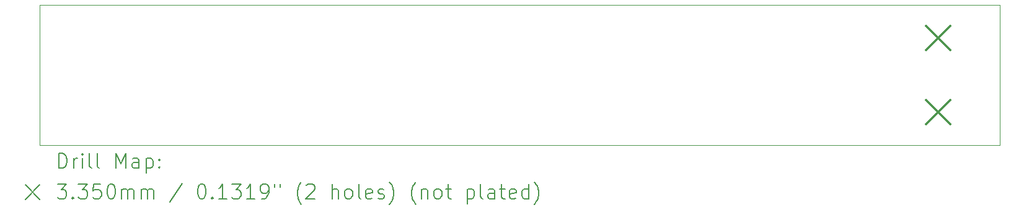
<source format=gbr>
%TF.GenerationSoftware,KiCad,Pcbnew,7.0.10*%
%TF.CreationDate,2024-02-21T13:57:14+01:00*%
%TF.ProjectId,DNMS,444e4d53-2e6b-4696-9361-645f70636258,V1.6*%
%TF.SameCoordinates,Original*%
%TF.FileFunction,Drillmap*%
%TF.FilePolarity,Positive*%
%FSLAX45Y45*%
G04 Gerber Fmt 4.5, Leading zero omitted, Abs format (unit mm)*
G04 Created by KiCad (PCBNEW 7.0.10) date 2024-02-21 13:57:14*
%MOMM*%
%LPD*%
G01*
G04 APERTURE LIST*
%ADD10C,0.050000*%
%ADD11C,0.200000*%
%ADD12C,0.335000*%
G04 APERTURE END LIST*
D10*
X5585840Y-7479980D02*
X18696180Y-7479980D01*
X5585840Y-9400000D02*
X18696180Y-9400000D01*
X18696180Y-7479980D02*
X18696180Y-9400000D01*
X5585840Y-7479980D02*
X5585840Y-9400000D01*
D11*
D12*
X17685144Y-7763856D02*
X18020144Y-8098856D01*
X18020144Y-7763856D02*
X17685144Y-8098856D01*
X17685144Y-8779856D02*
X18020144Y-9114856D01*
X18020144Y-8779856D02*
X17685144Y-9114856D01*
D11*
X5844117Y-9713984D02*
X5844117Y-9513984D01*
X5844117Y-9513984D02*
X5891736Y-9513984D01*
X5891736Y-9513984D02*
X5920307Y-9523508D01*
X5920307Y-9523508D02*
X5939355Y-9542555D01*
X5939355Y-9542555D02*
X5948879Y-9561603D01*
X5948879Y-9561603D02*
X5958402Y-9599698D01*
X5958402Y-9599698D02*
X5958402Y-9628270D01*
X5958402Y-9628270D02*
X5948879Y-9666365D01*
X5948879Y-9666365D02*
X5939355Y-9685412D01*
X5939355Y-9685412D02*
X5920307Y-9704460D01*
X5920307Y-9704460D02*
X5891736Y-9713984D01*
X5891736Y-9713984D02*
X5844117Y-9713984D01*
X6044117Y-9713984D02*
X6044117Y-9580650D01*
X6044117Y-9618746D02*
X6053641Y-9599698D01*
X6053641Y-9599698D02*
X6063164Y-9590174D01*
X6063164Y-9590174D02*
X6082212Y-9580650D01*
X6082212Y-9580650D02*
X6101260Y-9580650D01*
X6167926Y-9713984D02*
X6167926Y-9580650D01*
X6167926Y-9513984D02*
X6158402Y-9523508D01*
X6158402Y-9523508D02*
X6167926Y-9533031D01*
X6167926Y-9533031D02*
X6177450Y-9523508D01*
X6177450Y-9523508D02*
X6167926Y-9513984D01*
X6167926Y-9513984D02*
X6167926Y-9533031D01*
X6291736Y-9713984D02*
X6272688Y-9704460D01*
X6272688Y-9704460D02*
X6263164Y-9685412D01*
X6263164Y-9685412D02*
X6263164Y-9513984D01*
X6396498Y-9713984D02*
X6377450Y-9704460D01*
X6377450Y-9704460D02*
X6367926Y-9685412D01*
X6367926Y-9685412D02*
X6367926Y-9513984D01*
X6625069Y-9713984D02*
X6625069Y-9513984D01*
X6625069Y-9513984D02*
X6691736Y-9656841D01*
X6691736Y-9656841D02*
X6758402Y-9513984D01*
X6758402Y-9513984D02*
X6758402Y-9713984D01*
X6939355Y-9713984D02*
X6939355Y-9609222D01*
X6939355Y-9609222D02*
X6929831Y-9590174D01*
X6929831Y-9590174D02*
X6910783Y-9580650D01*
X6910783Y-9580650D02*
X6872688Y-9580650D01*
X6872688Y-9580650D02*
X6853641Y-9590174D01*
X6939355Y-9704460D02*
X6920307Y-9713984D01*
X6920307Y-9713984D02*
X6872688Y-9713984D01*
X6872688Y-9713984D02*
X6853641Y-9704460D01*
X6853641Y-9704460D02*
X6844117Y-9685412D01*
X6844117Y-9685412D02*
X6844117Y-9666365D01*
X6844117Y-9666365D02*
X6853641Y-9647317D01*
X6853641Y-9647317D02*
X6872688Y-9637793D01*
X6872688Y-9637793D02*
X6920307Y-9637793D01*
X6920307Y-9637793D02*
X6939355Y-9628270D01*
X7034593Y-9580650D02*
X7034593Y-9780650D01*
X7034593Y-9590174D02*
X7053641Y-9580650D01*
X7053641Y-9580650D02*
X7091736Y-9580650D01*
X7091736Y-9580650D02*
X7110783Y-9590174D01*
X7110783Y-9590174D02*
X7120307Y-9599698D01*
X7120307Y-9599698D02*
X7129831Y-9618746D01*
X7129831Y-9618746D02*
X7129831Y-9675889D01*
X7129831Y-9675889D02*
X7120307Y-9694936D01*
X7120307Y-9694936D02*
X7110783Y-9704460D01*
X7110783Y-9704460D02*
X7091736Y-9713984D01*
X7091736Y-9713984D02*
X7053641Y-9713984D01*
X7053641Y-9713984D02*
X7034593Y-9704460D01*
X7215545Y-9694936D02*
X7225069Y-9704460D01*
X7225069Y-9704460D02*
X7215545Y-9713984D01*
X7215545Y-9713984D02*
X7206022Y-9704460D01*
X7206022Y-9704460D02*
X7215545Y-9694936D01*
X7215545Y-9694936D02*
X7215545Y-9713984D01*
X7215545Y-9590174D02*
X7225069Y-9599698D01*
X7225069Y-9599698D02*
X7215545Y-9609222D01*
X7215545Y-9609222D02*
X7206022Y-9599698D01*
X7206022Y-9599698D02*
X7215545Y-9590174D01*
X7215545Y-9590174D02*
X7215545Y-9609222D01*
X5383340Y-9942500D02*
X5583340Y-10142500D01*
X5583340Y-9942500D02*
X5383340Y-10142500D01*
X5825069Y-9933984D02*
X5948879Y-9933984D01*
X5948879Y-9933984D02*
X5882212Y-10010174D01*
X5882212Y-10010174D02*
X5910783Y-10010174D01*
X5910783Y-10010174D02*
X5929831Y-10019698D01*
X5929831Y-10019698D02*
X5939355Y-10029222D01*
X5939355Y-10029222D02*
X5948879Y-10048270D01*
X5948879Y-10048270D02*
X5948879Y-10095889D01*
X5948879Y-10095889D02*
X5939355Y-10114936D01*
X5939355Y-10114936D02*
X5929831Y-10124460D01*
X5929831Y-10124460D02*
X5910783Y-10133984D01*
X5910783Y-10133984D02*
X5853641Y-10133984D01*
X5853641Y-10133984D02*
X5834593Y-10124460D01*
X5834593Y-10124460D02*
X5825069Y-10114936D01*
X6034593Y-10114936D02*
X6044117Y-10124460D01*
X6044117Y-10124460D02*
X6034593Y-10133984D01*
X6034593Y-10133984D02*
X6025069Y-10124460D01*
X6025069Y-10124460D02*
X6034593Y-10114936D01*
X6034593Y-10114936D02*
X6034593Y-10133984D01*
X6110783Y-9933984D02*
X6234593Y-9933984D01*
X6234593Y-9933984D02*
X6167926Y-10010174D01*
X6167926Y-10010174D02*
X6196498Y-10010174D01*
X6196498Y-10010174D02*
X6215545Y-10019698D01*
X6215545Y-10019698D02*
X6225069Y-10029222D01*
X6225069Y-10029222D02*
X6234593Y-10048270D01*
X6234593Y-10048270D02*
X6234593Y-10095889D01*
X6234593Y-10095889D02*
X6225069Y-10114936D01*
X6225069Y-10114936D02*
X6215545Y-10124460D01*
X6215545Y-10124460D02*
X6196498Y-10133984D01*
X6196498Y-10133984D02*
X6139355Y-10133984D01*
X6139355Y-10133984D02*
X6120307Y-10124460D01*
X6120307Y-10124460D02*
X6110783Y-10114936D01*
X6415545Y-9933984D02*
X6320307Y-9933984D01*
X6320307Y-9933984D02*
X6310783Y-10029222D01*
X6310783Y-10029222D02*
X6320307Y-10019698D01*
X6320307Y-10019698D02*
X6339355Y-10010174D01*
X6339355Y-10010174D02*
X6386974Y-10010174D01*
X6386974Y-10010174D02*
X6406022Y-10019698D01*
X6406022Y-10019698D02*
X6415545Y-10029222D01*
X6415545Y-10029222D02*
X6425069Y-10048270D01*
X6425069Y-10048270D02*
X6425069Y-10095889D01*
X6425069Y-10095889D02*
X6415545Y-10114936D01*
X6415545Y-10114936D02*
X6406022Y-10124460D01*
X6406022Y-10124460D02*
X6386974Y-10133984D01*
X6386974Y-10133984D02*
X6339355Y-10133984D01*
X6339355Y-10133984D02*
X6320307Y-10124460D01*
X6320307Y-10124460D02*
X6310783Y-10114936D01*
X6548879Y-9933984D02*
X6567926Y-9933984D01*
X6567926Y-9933984D02*
X6586974Y-9943508D01*
X6586974Y-9943508D02*
X6596498Y-9953031D01*
X6596498Y-9953031D02*
X6606022Y-9972079D01*
X6606022Y-9972079D02*
X6615545Y-10010174D01*
X6615545Y-10010174D02*
X6615545Y-10057793D01*
X6615545Y-10057793D02*
X6606022Y-10095889D01*
X6606022Y-10095889D02*
X6596498Y-10114936D01*
X6596498Y-10114936D02*
X6586974Y-10124460D01*
X6586974Y-10124460D02*
X6567926Y-10133984D01*
X6567926Y-10133984D02*
X6548879Y-10133984D01*
X6548879Y-10133984D02*
X6529831Y-10124460D01*
X6529831Y-10124460D02*
X6520307Y-10114936D01*
X6520307Y-10114936D02*
X6510783Y-10095889D01*
X6510783Y-10095889D02*
X6501260Y-10057793D01*
X6501260Y-10057793D02*
X6501260Y-10010174D01*
X6501260Y-10010174D02*
X6510783Y-9972079D01*
X6510783Y-9972079D02*
X6520307Y-9953031D01*
X6520307Y-9953031D02*
X6529831Y-9943508D01*
X6529831Y-9943508D02*
X6548879Y-9933984D01*
X6701260Y-10133984D02*
X6701260Y-10000650D01*
X6701260Y-10019698D02*
X6710783Y-10010174D01*
X6710783Y-10010174D02*
X6729831Y-10000650D01*
X6729831Y-10000650D02*
X6758403Y-10000650D01*
X6758403Y-10000650D02*
X6777450Y-10010174D01*
X6777450Y-10010174D02*
X6786974Y-10029222D01*
X6786974Y-10029222D02*
X6786974Y-10133984D01*
X6786974Y-10029222D02*
X6796498Y-10010174D01*
X6796498Y-10010174D02*
X6815545Y-10000650D01*
X6815545Y-10000650D02*
X6844117Y-10000650D01*
X6844117Y-10000650D02*
X6863164Y-10010174D01*
X6863164Y-10010174D02*
X6872688Y-10029222D01*
X6872688Y-10029222D02*
X6872688Y-10133984D01*
X6967926Y-10133984D02*
X6967926Y-10000650D01*
X6967926Y-10019698D02*
X6977450Y-10010174D01*
X6977450Y-10010174D02*
X6996498Y-10000650D01*
X6996498Y-10000650D02*
X7025069Y-10000650D01*
X7025069Y-10000650D02*
X7044117Y-10010174D01*
X7044117Y-10010174D02*
X7053641Y-10029222D01*
X7053641Y-10029222D02*
X7053641Y-10133984D01*
X7053641Y-10029222D02*
X7063164Y-10010174D01*
X7063164Y-10010174D02*
X7082212Y-10000650D01*
X7082212Y-10000650D02*
X7110783Y-10000650D01*
X7110783Y-10000650D02*
X7129831Y-10010174D01*
X7129831Y-10010174D02*
X7139355Y-10029222D01*
X7139355Y-10029222D02*
X7139355Y-10133984D01*
X7529831Y-9924460D02*
X7358403Y-10181603D01*
X7786974Y-9933984D02*
X7806022Y-9933984D01*
X7806022Y-9933984D02*
X7825069Y-9943508D01*
X7825069Y-9943508D02*
X7834593Y-9953031D01*
X7834593Y-9953031D02*
X7844117Y-9972079D01*
X7844117Y-9972079D02*
X7853641Y-10010174D01*
X7853641Y-10010174D02*
X7853641Y-10057793D01*
X7853641Y-10057793D02*
X7844117Y-10095889D01*
X7844117Y-10095889D02*
X7834593Y-10114936D01*
X7834593Y-10114936D02*
X7825069Y-10124460D01*
X7825069Y-10124460D02*
X7806022Y-10133984D01*
X7806022Y-10133984D02*
X7786974Y-10133984D01*
X7786974Y-10133984D02*
X7767926Y-10124460D01*
X7767926Y-10124460D02*
X7758403Y-10114936D01*
X7758403Y-10114936D02*
X7748879Y-10095889D01*
X7748879Y-10095889D02*
X7739355Y-10057793D01*
X7739355Y-10057793D02*
X7739355Y-10010174D01*
X7739355Y-10010174D02*
X7748879Y-9972079D01*
X7748879Y-9972079D02*
X7758403Y-9953031D01*
X7758403Y-9953031D02*
X7767926Y-9943508D01*
X7767926Y-9943508D02*
X7786974Y-9933984D01*
X7939355Y-10114936D02*
X7948879Y-10124460D01*
X7948879Y-10124460D02*
X7939355Y-10133984D01*
X7939355Y-10133984D02*
X7929831Y-10124460D01*
X7929831Y-10124460D02*
X7939355Y-10114936D01*
X7939355Y-10114936D02*
X7939355Y-10133984D01*
X8139355Y-10133984D02*
X8025069Y-10133984D01*
X8082212Y-10133984D02*
X8082212Y-9933984D01*
X8082212Y-9933984D02*
X8063165Y-9962555D01*
X8063165Y-9962555D02*
X8044117Y-9981603D01*
X8044117Y-9981603D02*
X8025069Y-9991127D01*
X8206022Y-9933984D02*
X8329831Y-9933984D01*
X8329831Y-9933984D02*
X8263165Y-10010174D01*
X8263165Y-10010174D02*
X8291736Y-10010174D01*
X8291736Y-10010174D02*
X8310784Y-10019698D01*
X8310784Y-10019698D02*
X8320307Y-10029222D01*
X8320307Y-10029222D02*
X8329831Y-10048270D01*
X8329831Y-10048270D02*
X8329831Y-10095889D01*
X8329831Y-10095889D02*
X8320307Y-10114936D01*
X8320307Y-10114936D02*
X8310784Y-10124460D01*
X8310784Y-10124460D02*
X8291736Y-10133984D01*
X8291736Y-10133984D02*
X8234593Y-10133984D01*
X8234593Y-10133984D02*
X8215546Y-10124460D01*
X8215546Y-10124460D02*
X8206022Y-10114936D01*
X8520308Y-10133984D02*
X8406022Y-10133984D01*
X8463165Y-10133984D02*
X8463165Y-9933984D01*
X8463165Y-9933984D02*
X8444117Y-9962555D01*
X8444117Y-9962555D02*
X8425069Y-9981603D01*
X8425069Y-9981603D02*
X8406022Y-9991127D01*
X8615546Y-10133984D02*
X8653641Y-10133984D01*
X8653641Y-10133984D02*
X8672689Y-10124460D01*
X8672689Y-10124460D02*
X8682212Y-10114936D01*
X8682212Y-10114936D02*
X8701260Y-10086365D01*
X8701260Y-10086365D02*
X8710784Y-10048270D01*
X8710784Y-10048270D02*
X8710784Y-9972079D01*
X8710784Y-9972079D02*
X8701260Y-9953031D01*
X8701260Y-9953031D02*
X8691736Y-9943508D01*
X8691736Y-9943508D02*
X8672689Y-9933984D01*
X8672689Y-9933984D02*
X8634593Y-9933984D01*
X8634593Y-9933984D02*
X8615546Y-9943508D01*
X8615546Y-9943508D02*
X8606022Y-9953031D01*
X8606022Y-9953031D02*
X8596498Y-9972079D01*
X8596498Y-9972079D02*
X8596498Y-10019698D01*
X8596498Y-10019698D02*
X8606022Y-10038746D01*
X8606022Y-10038746D02*
X8615546Y-10048270D01*
X8615546Y-10048270D02*
X8634593Y-10057793D01*
X8634593Y-10057793D02*
X8672689Y-10057793D01*
X8672689Y-10057793D02*
X8691736Y-10048270D01*
X8691736Y-10048270D02*
X8701260Y-10038746D01*
X8701260Y-10038746D02*
X8710784Y-10019698D01*
X8786974Y-9933984D02*
X8786974Y-9972079D01*
X8863165Y-9933984D02*
X8863165Y-9972079D01*
X9158403Y-10210174D02*
X9148879Y-10200650D01*
X9148879Y-10200650D02*
X9129831Y-10172079D01*
X9129831Y-10172079D02*
X9120308Y-10153031D01*
X9120308Y-10153031D02*
X9110784Y-10124460D01*
X9110784Y-10124460D02*
X9101260Y-10076841D01*
X9101260Y-10076841D02*
X9101260Y-10038746D01*
X9101260Y-10038746D02*
X9110784Y-9991127D01*
X9110784Y-9991127D02*
X9120308Y-9962555D01*
X9120308Y-9962555D02*
X9129831Y-9943508D01*
X9129831Y-9943508D02*
X9148879Y-9914936D01*
X9148879Y-9914936D02*
X9158403Y-9905412D01*
X9225070Y-9953031D02*
X9234593Y-9943508D01*
X9234593Y-9943508D02*
X9253641Y-9933984D01*
X9253641Y-9933984D02*
X9301260Y-9933984D01*
X9301260Y-9933984D02*
X9320308Y-9943508D01*
X9320308Y-9943508D02*
X9329831Y-9953031D01*
X9329831Y-9953031D02*
X9339355Y-9972079D01*
X9339355Y-9972079D02*
X9339355Y-9991127D01*
X9339355Y-9991127D02*
X9329831Y-10019698D01*
X9329831Y-10019698D02*
X9215546Y-10133984D01*
X9215546Y-10133984D02*
X9339355Y-10133984D01*
X9577451Y-10133984D02*
X9577451Y-9933984D01*
X9663165Y-10133984D02*
X9663165Y-10029222D01*
X9663165Y-10029222D02*
X9653641Y-10010174D01*
X9653641Y-10010174D02*
X9634593Y-10000650D01*
X9634593Y-10000650D02*
X9606022Y-10000650D01*
X9606022Y-10000650D02*
X9586974Y-10010174D01*
X9586974Y-10010174D02*
X9577451Y-10019698D01*
X9786974Y-10133984D02*
X9767927Y-10124460D01*
X9767927Y-10124460D02*
X9758403Y-10114936D01*
X9758403Y-10114936D02*
X9748879Y-10095889D01*
X9748879Y-10095889D02*
X9748879Y-10038746D01*
X9748879Y-10038746D02*
X9758403Y-10019698D01*
X9758403Y-10019698D02*
X9767927Y-10010174D01*
X9767927Y-10010174D02*
X9786974Y-10000650D01*
X9786974Y-10000650D02*
X9815546Y-10000650D01*
X9815546Y-10000650D02*
X9834593Y-10010174D01*
X9834593Y-10010174D02*
X9844117Y-10019698D01*
X9844117Y-10019698D02*
X9853641Y-10038746D01*
X9853641Y-10038746D02*
X9853641Y-10095889D01*
X9853641Y-10095889D02*
X9844117Y-10114936D01*
X9844117Y-10114936D02*
X9834593Y-10124460D01*
X9834593Y-10124460D02*
X9815546Y-10133984D01*
X9815546Y-10133984D02*
X9786974Y-10133984D01*
X9967927Y-10133984D02*
X9948879Y-10124460D01*
X9948879Y-10124460D02*
X9939355Y-10105412D01*
X9939355Y-10105412D02*
X9939355Y-9933984D01*
X10120308Y-10124460D02*
X10101260Y-10133984D01*
X10101260Y-10133984D02*
X10063165Y-10133984D01*
X10063165Y-10133984D02*
X10044117Y-10124460D01*
X10044117Y-10124460D02*
X10034593Y-10105412D01*
X10034593Y-10105412D02*
X10034593Y-10029222D01*
X10034593Y-10029222D02*
X10044117Y-10010174D01*
X10044117Y-10010174D02*
X10063165Y-10000650D01*
X10063165Y-10000650D02*
X10101260Y-10000650D01*
X10101260Y-10000650D02*
X10120308Y-10010174D01*
X10120308Y-10010174D02*
X10129832Y-10029222D01*
X10129832Y-10029222D02*
X10129832Y-10048270D01*
X10129832Y-10048270D02*
X10034593Y-10067317D01*
X10206022Y-10124460D02*
X10225070Y-10133984D01*
X10225070Y-10133984D02*
X10263165Y-10133984D01*
X10263165Y-10133984D02*
X10282213Y-10124460D01*
X10282213Y-10124460D02*
X10291736Y-10105412D01*
X10291736Y-10105412D02*
X10291736Y-10095889D01*
X10291736Y-10095889D02*
X10282213Y-10076841D01*
X10282213Y-10076841D02*
X10263165Y-10067317D01*
X10263165Y-10067317D02*
X10234593Y-10067317D01*
X10234593Y-10067317D02*
X10215546Y-10057793D01*
X10215546Y-10057793D02*
X10206022Y-10038746D01*
X10206022Y-10038746D02*
X10206022Y-10029222D01*
X10206022Y-10029222D02*
X10215546Y-10010174D01*
X10215546Y-10010174D02*
X10234593Y-10000650D01*
X10234593Y-10000650D02*
X10263165Y-10000650D01*
X10263165Y-10000650D02*
X10282213Y-10010174D01*
X10358403Y-10210174D02*
X10367927Y-10200650D01*
X10367927Y-10200650D02*
X10386974Y-10172079D01*
X10386974Y-10172079D02*
X10396498Y-10153031D01*
X10396498Y-10153031D02*
X10406022Y-10124460D01*
X10406022Y-10124460D02*
X10415546Y-10076841D01*
X10415546Y-10076841D02*
X10415546Y-10038746D01*
X10415546Y-10038746D02*
X10406022Y-9991127D01*
X10406022Y-9991127D02*
X10396498Y-9962555D01*
X10396498Y-9962555D02*
X10386974Y-9943508D01*
X10386974Y-9943508D02*
X10367927Y-9914936D01*
X10367927Y-9914936D02*
X10358403Y-9905412D01*
X10720308Y-10210174D02*
X10710784Y-10200650D01*
X10710784Y-10200650D02*
X10691736Y-10172079D01*
X10691736Y-10172079D02*
X10682213Y-10153031D01*
X10682213Y-10153031D02*
X10672689Y-10124460D01*
X10672689Y-10124460D02*
X10663165Y-10076841D01*
X10663165Y-10076841D02*
X10663165Y-10038746D01*
X10663165Y-10038746D02*
X10672689Y-9991127D01*
X10672689Y-9991127D02*
X10682213Y-9962555D01*
X10682213Y-9962555D02*
X10691736Y-9943508D01*
X10691736Y-9943508D02*
X10710784Y-9914936D01*
X10710784Y-9914936D02*
X10720308Y-9905412D01*
X10796498Y-10000650D02*
X10796498Y-10133984D01*
X10796498Y-10019698D02*
X10806022Y-10010174D01*
X10806022Y-10010174D02*
X10825070Y-10000650D01*
X10825070Y-10000650D02*
X10853641Y-10000650D01*
X10853641Y-10000650D02*
X10872689Y-10010174D01*
X10872689Y-10010174D02*
X10882213Y-10029222D01*
X10882213Y-10029222D02*
X10882213Y-10133984D01*
X11006022Y-10133984D02*
X10986974Y-10124460D01*
X10986974Y-10124460D02*
X10977451Y-10114936D01*
X10977451Y-10114936D02*
X10967927Y-10095889D01*
X10967927Y-10095889D02*
X10967927Y-10038746D01*
X10967927Y-10038746D02*
X10977451Y-10019698D01*
X10977451Y-10019698D02*
X10986974Y-10010174D01*
X10986974Y-10010174D02*
X11006022Y-10000650D01*
X11006022Y-10000650D02*
X11034594Y-10000650D01*
X11034594Y-10000650D02*
X11053641Y-10010174D01*
X11053641Y-10010174D02*
X11063165Y-10019698D01*
X11063165Y-10019698D02*
X11072689Y-10038746D01*
X11072689Y-10038746D02*
X11072689Y-10095889D01*
X11072689Y-10095889D02*
X11063165Y-10114936D01*
X11063165Y-10114936D02*
X11053641Y-10124460D01*
X11053641Y-10124460D02*
X11034594Y-10133984D01*
X11034594Y-10133984D02*
X11006022Y-10133984D01*
X11129832Y-10000650D02*
X11206022Y-10000650D01*
X11158403Y-9933984D02*
X11158403Y-10105412D01*
X11158403Y-10105412D02*
X11167927Y-10124460D01*
X11167927Y-10124460D02*
X11186974Y-10133984D01*
X11186974Y-10133984D02*
X11206022Y-10133984D01*
X11425070Y-10000650D02*
X11425070Y-10200650D01*
X11425070Y-10010174D02*
X11444117Y-10000650D01*
X11444117Y-10000650D02*
X11482213Y-10000650D01*
X11482213Y-10000650D02*
X11501260Y-10010174D01*
X11501260Y-10010174D02*
X11510784Y-10019698D01*
X11510784Y-10019698D02*
X11520308Y-10038746D01*
X11520308Y-10038746D02*
X11520308Y-10095889D01*
X11520308Y-10095889D02*
X11510784Y-10114936D01*
X11510784Y-10114936D02*
X11501260Y-10124460D01*
X11501260Y-10124460D02*
X11482213Y-10133984D01*
X11482213Y-10133984D02*
X11444117Y-10133984D01*
X11444117Y-10133984D02*
X11425070Y-10124460D01*
X11634593Y-10133984D02*
X11615546Y-10124460D01*
X11615546Y-10124460D02*
X11606022Y-10105412D01*
X11606022Y-10105412D02*
X11606022Y-9933984D01*
X11796498Y-10133984D02*
X11796498Y-10029222D01*
X11796498Y-10029222D02*
X11786974Y-10010174D01*
X11786974Y-10010174D02*
X11767927Y-10000650D01*
X11767927Y-10000650D02*
X11729832Y-10000650D01*
X11729832Y-10000650D02*
X11710784Y-10010174D01*
X11796498Y-10124460D02*
X11777451Y-10133984D01*
X11777451Y-10133984D02*
X11729832Y-10133984D01*
X11729832Y-10133984D02*
X11710784Y-10124460D01*
X11710784Y-10124460D02*
X11701260Y-10105412D01*
X11701260Y-10105412D02*
X11701260Y-10086365D01*
X11701260Y-10086365D02*
X11710784Y-10067317D01*
X11710784Y-10067317D02*
X11729832Y-10057793D01*
X11729832Y-10057793D02*
X11777451Y-10057793D01*
X11777451Y-10057793D02*
X11796498Y-10048270D01*
X11863165Y-10000650D02*
X11939355Y-10000650D01*
X11891736Y-9933984D02*
X11891736Y-10105412D01*
X11891736Y-10105412D02*
X11901260Y-10124460D01*
X11901260Y-10124460D02*
X11920308Y-10133984D01*
X11920308Y-10133984D02*
X11939355Y-10133984D01*
X12082213Y-10124460D02*
X12063165Y-10133984D01*
X12063165Y-10133984D02*
X12025070Y-10133984D01*
X12025070Y-10133984D02*
X12006022Y-10124460D01*
X12006022Y-10124460D02*
X11996498Y-10105412D01*
X11996498Y-10105412D02*
X11996498Y-10029222D01*
X11996498Y-10029222D02*
X12006022Y-10010174D01*
X12006022Y-10010174D02*
X12025070Y-10000650D01*
X12025070Y-10000650D02*
X12063165Y-10000650D01*
X12063165Y-10000650D02*
X12082213Y-10010174D01*
X12082213Y-10010174D02*
X12091736Y-10029222D01*
X12091736Y-10029222D02*
X12091736Y-10048270D01*
X12091736Y-10048270D02*
X11996498Y-10067317D01*
X12263165Y-10133984D02*
X12263165Y-9933984D01*
X12263165Y-10124460D02*
X12244117Y-10133984D01*
X12244117Y-10133984D02*
X12206022Y-10133984D01*
X12206022Y-10133984D02*
X12186974Y-10124460D01*
X12186974Y-10124460D02*
X12177451Y-10114936D01*
X12177451Y-10114936D02*
X12167927Y-10095889D01*
X12167927Y-10095889D02*
X12167927Y-10038746D01*
X12167927Y-10038746D02*
X12177451Y-10019698D01*
X12177451Y-10019698D02*
X12186974Y-10010174D01*
X12186974Y-10010174D02*
X12206022Y-10000650D01*
X12206022Y-10000650D02*
X12244117Y-10000650D01*
X12244117Y-10000650D02*
X12263165Y-10010174D01*
X12339355Y-10210174D02*
X12348879Y-10200650D01*
X12348879Y-10200650D02*
X12367927Y-10172079D01*
X12367927Y-10172079D02*
X12377451Y-10153031D01*
X12377451Y-10153031D02*
X12386974Y-10124460D01*
X12386974Y-10124460D02*
X12396498Y-10076841D01*
X12396498Y-10076841D02*
X12396498Y-10038746D01*
X12396498Y-10038746D02*
X12386974Y-9991127D01*
X12386974Y-9991127D02*
X12377451Y-9962555D01*
X12377451Y-9962555D02*
X12367927Y-9943508D01*
X12367927Y-9943508D02*
X12348879Y-9914936D01*
X12348879Y-9914936D02*
X12339355Y-9905412D01*
M02*

</source>
